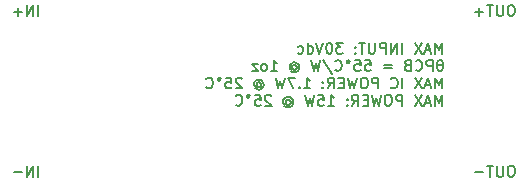
<source format=gbr>
%TF.GenerationSoftware,KiCad,Pcbnew,9.0.4*%
%TF.CreationDate,2025-08-21T12:34:08-03:00*%
%TF.ProjectId,EMI_SS_Supply_Electgpl,454d495f-5353-45f5-9375-70706c795f45,rev?*%
%TF.SameCoordinates,Original*%
%TF.FileFunction,Legend,Bot*%
%TF.FilePolarity,Positive*%
%FSLAX46Y46*%
G04 Gerber Fmt 4.6, Leading zero omitted, Abs format (unit mm)*
G04 Created by KiCad (PCBNEW 9.0.4) date 2025-08-21 12:34:08*
%MOMM*%
%LPD*%
G01*
G04 APERTURE LIST*
%ADD10C,0.182880*%
%ADD11R,2.000000X2.000000*%
G04 APERTURE END LIST*
D10*
X136861970Y-87562185D02*
X136861970Y-86647785D01*
X136861970Y-86647785D02*
X136557170Y-87300928D01*
X136557170Y-87300928D02*
X136252370Y-86647785D01*
X136252370Y-86647785D02*
X136252370Y-87562185D01*
X135860484Y-87300928D02*
X135425056Y-87300928D01*
X135947570Y-87562185D02*
X135642770Y-86647785D01*
X135642770Y-86647785D02*
X135337970Y-87562185D01*
X135120256Y-86647785D02*
X134510656Y-87562185D01*
X134510656Y-86647785D02*
X135120256Y-87562185D01*
X133465627Y-87562185D02*
X133465627Y-86647785D01*
X133030198Y-87562185D02*
X133030198Y-86647785D01*
X133030198Y-86647785D02*
X132507684Y-87562185D01*
X132507684Y-87562185D02*
X132507684Y-86647785D01*
X132072255Y-87562185D02*
X132072255Y-86647785D01*
X132072255Y-86647785D02*
X131723912Y-86647785D01*
X131723912Y-86647785D02*
X131636827Y-86691328D01*
X131636827Y-86691328D02*
X131593284Y-86734871D01*
X131593284Y-86734871D02*
X131549741Y-86821957D01*
X131549741Y-86821957D02*
X131549741Y-86952585D01*
X131549741Y-86952585D02*
X131593284Y-87039671D01*
X131593284Y-87039671D02*
X131636827Y-87083214D01*
X131636827Y-87083214D02*
X131723912Y-87126757D01*
X131723912Y-87126757D02*
X132072255Y-87126757D01*
X131157855Y-86647785D02*
X131157855Y-87388014D01*
X131157855Y-87388014D02*
X131114312Y-87475100D01*
X131114312Y-87475100D02*
X131070770Y-87518643D01*
X131070770Y-87518643D02*
X130983684Y-87562185D01*
X130983684Y-87562185D02*
X130809512Y-87562185D01*
X130809512Y-87562185D02*
X130722427Y-87518643D01*
X130722427Y-87518643D02*
X130678884Y-87475100D01*
X130678884Y-87475100D02*
X130635341Y-87388014D01*
X130635341Y-87388014D02*
X130635341Y-86647785D01*
X130330541Y-86647785D02*
X129808027Y-86647785D01*
X130069284Y-87562185D02*
X130069284Y-86647785D01*
X129503226Y-87475100D02*
X129459683Y-87518643D01*
X129459683Y-87518643D02*
X129503226Y-87562185D01*
X129503226Y-87562185D02*
X129546769Y-87518643D01*
X129546769Y-87518643D02*
X129503226Y-87475100D01*
X129503226Y-87475100D02*
X129503226Y-87562185D01*
X129503226Y-86996128D02*
X129459683Y-87039671D01*
X129459683Y-87039671D02*
X129503226Y-87083214D01*
X129503226Y-87083214D02*
X129546769Y-87039671D01*
X129546769Y-87039671D02*
X129503226Y-86996128D01*
X129503226Y-86996128D02*
X129503226Y-87083214D01*
X128458197Y-86647785D02*
X127892140Y-86647785D01*
X127892140Y-86647785D02*
X128196940Y-86996128D01*
X128196940Y-86996128D02*
X128066311Y-86996128D01*
X128066311Y-86996128D02*
X127979226Y-87039671D01*
X127979226Y-87039671D02*
X127935683Y-87083214D01*
X127935683Y-87083214D02*
X127892140Y-87170300D01*
X127892140Y-87170300D02*
X127892140Y-87388014D01*
X127892140Y-87388014D02*
X127935683Y-87475100D01*
X127935683Y-87475100D02*
X127979226Y-87518643D01*
X127979226Y-87518643D02*
X128066311Y-87562185D01*
X128066311Y-87562185D02*
X128327568Y-87562185D01*
X128327568Y-87562185D02*
X128414654Y-87518643D01*
X128414654Y-87518643D02*
X128458197Y-87475100D01*
X127326083Y-86647785D02*
X127238997Y-86647785D01*
X127238997Y-86647785D02*
X127151911Y-86691328D01*
X127151911Y-86691328D02*
X127108369Y-86734871D01*
X127108369Y-86734871D02*
X127064826Y-86821957D01*
X127064826Y-86821957D02*
X127021283Y-86996128D01*
X127021283Y-86996128D02*
X127021283Y-87213843D01*
X127021283Y-87213843D02*
X127064826Y-87388014D01*
X127064826Y-87388014D02*
X127108369Y-87475100D01*
X127108369Y-87475100D02*
X127151911Y-87518643D01*
X127151911Y-87518643D02*
X127238997Y-87562185D01*
X127238997Y-87562185D02*
X127326083Y-87562185D01*
X127326083Y-87562185D02*
X127413169Y-87518643D01*
X127413169Y-87518643D02*
X127456711Y-87475100D01*
X127456711Y-87475100D02*
X127500254Y-87388014D01*
X127500254Y-87388014D02*
X127543797Y-87213843D01*
X127543797Y-87213843D02*
X127543797Y-86996128D01*
X127543797Y-86996128D02*
X127500254Y-86821957D01*
X127500254Y-86821957D02*
X127456711Y-86734871D01*
X127456711Y-86734871D02*
X127413169Y-86691328D01*
X127413169Y-86691328D02*
X127326083Y-86647785D01*
X126760026Y-86647785D02*
X126455226Y-87562185D01*
X126455226Y-87562185D02*
X126150426Y-86647785D01*
X125453741Y-87562185D02*
X125453741Y-86647785D01*
X125453741Y-87518643D02*
X125540826Y-87562185D01*
X125540826Y-87562185D02*
X125714998Y-87562185D01*
X125714998Y-87562185D02*
X125802083Y-87518643D01*
X125802083Y-87518643D02*
X125845626Y-87475100D01*
X125845626Y-87475100D02*
X125889169Y-87388014D01*
X125889169Y-87388014D02*
X125889169Y-87126757D01*
X125889169Y-87126757D02*
X125845626Y-87039671D01*
X125845626Y-87039671D02*
X125802083Y-86996128D01*
X125802083Y-86996128D02*
X125714998Y-86952585D01*
X125714998Y-86952585D02*
X125540826Y-86952585D01*
X125540826Y-86952585D02*
X125453741Y-86996128D01*
X124626427Y-87518643D02*
X124713512Y-87562185D01*
X124713512Y-87562185D02*
X124887684Y-87562185D01*
X124887684Y-87562185D02*
X124974769Y-87518643D01*
X124974769Y-87518643D02*
X125018312Y-87475100D01*
X125018312Y-87475100D02*
X125061855Y-87388014D01*
X125061855Y-87388014D02*
X125061855Y-87126757D01*
X125061855Y-87126757D02*
X125018312Y-87039671D01*
X125018312Y-87039671D02*
X124974769Y-86996128D01*
X124974769Y-86996128D02*
X124887684Y-86952585D01*
X124887684Y-86952585D02*
X124713512Y-86952585D01*
X124713512Y-86952585D02*
X124626427Y-86996128D01*
X136905513Y-88555347D02*
X136426542Y-88555347D01*
X136731342Y-88119918D02*
X136600713Y-88119918D01*
X136600713Y-88119918D02*
X136513627Y-88163461D01*
X136513627Y-88163461D02*
X136470085Y-88207004D01*
X136470085Y-88207004D02*
X136426542Y-88337633D01*
X136426542Y-88337633D02*
X136426542Y-88816604D01*
X136426542Y-88816604D02*
X136470085Y-88947233D01*
X136470085Y-88947233D02*
X136513627Y-88990776D01*
X136513627Y-88990776D02*
X136600713Y-89034318D01*
X136600713Y-89034318D02*
X136731342Y-89034318D01*
X136731342Y-89034318D02*
X136818427Y-88990776D01*
X136818427Y-88990776D02*
X136861970Y-88947233D01*
X136861970Y-88947233D02*
X136905513Y-88816604D01*
X136905513Y-88816604D02*
X136905513Y-88337633D01*
X136905513Y-88337633D02*
X136861970Y-88207004D01*
X136861970Y-88207004D02*
X136818427Y-88163461D01*
X136818427Y-88163461D02*
X136731342Y-88119918D01*
X136034656Y-89034318D02*
X136034656Y-88119918D01*
X136034656Y-88119918D02*
X135686313Y-88119918D01*
X135686313Y-88119918D02*
X135599228Y-88163461D01*
X135599228Y-88163461D02*
X135555685Y-88207004D01*
X135555685Y-88207004D02*
X135512142Y-88294090D01*
X135512142Y-88294090D02*
X135512142Y-88424718D01*
X135512142Y-88424718D02*
X135555685Y-88511804D01*
X135555685Y-88511804D02*
X135599228Y-88555347D01*
X135599228Y-88555347D02*
X135686313Y-88598890D01*
X135686313Y-88598890D02*
X136034656Y-88598890D01*
X134597742Y-88947233D02*
X134641285Y-88990776D01*
X134641285Y-88990776D02*
X134771913Y-89034318D01*
X134771913Y-89034318D02*
X134858999Y-89034318D01*
X134858999Y-89034318D02*
X134989628Y-88990776D01*
X134989628Y-88990776D02*
X135076713Y-88903690D01*
X135076713Y-88903690D02*
X135120256Y-88816604D01*
X135120256Y-88816604D02*
X135163799Y-88642433D01*
X135163799Y-88642433D02*
X135163799Y-88511804D01*
X135163799Y-88511804D02*
X135120256Y-88337633D01*
X135120256Y-88337633D02*
X135076713Y-88250547D01*
X135076713Y-88250547D02*
X134989628Y-88163461D01*
X134989628Y-88163461D02*
X134858999Y-88119918D01*
X134858999Y-88119918D02*
X134771913Y-88119918D01*
X134771913Y-88119918D02*
X134641285Y-88163461D01*
X134641285Y-88163461D02*
X134597742Y-88207004D01*
X133901056Y-88555347D02*
X133770428Y-88598890D01*
X133770428Y-88598890D02*
X133726885Y-88642433D01*
X133726885Y-88642433D02*
X133683342Y-88729518D01*
X133683342Y-88729518D02*
X133683342Y-88860147D01*
X133683342Y-88860147D02*
X133726885Y-88947233D01*
X133726885Y-88947233D02*
X133770428Y-88990776D01*
X133770428Y-88990776D02*
X133857513Y-89034318D01*
X133857513Y-89034318D02*
X134205856Y-89034318D01*
X134205856Y-89034318D02*
X134205856Y-88119918D01*
X134205856Y-88119918D02*
X133901056Y-88119918D01*
X133901056Y-88119918D02*
X133813971Y-88163461D01*
X133813971Y-88163461D02*
X133770428Y-88207004D01*
X133770428Y-88207004D02*
X133726885Y-88294090D01*
X133726885Y-88294090D02*
X133726885Y-88381176D01*
X133726885Y-88381176D02*
X133770428Y-88468261D01*
X133770428Y-88468261D02*
X133813971Y-88511804D01*
X133813971Y-88511804D02*
X133901056Y-88555347D01*
X133901056Y-88555347D02*
X134205856Y-88555347D01*
X132594770Y-88555347D02*
X131898085Y-88555347D01*
X131898085Y-88816604D02*
X132594770Y-88816604D01*
X130330542Y-88119918D02*
X130765970Y-88119918D01*
X130765970Y-88119918D02*
X130809513Y-88555347D01*
X130809513Y-88555347D02*
X130765970Y-88511804D01*
X130765970Y-88511804D02*
X130678885Y-88468261D01*
X130678885Y-88468261D02*
X130461170Y-88468261D01*
X130461170Y-88468261D02*
X130374085Y-88511804D01*
X130374085Y-88511804D02*
X130330542Y-88555347D01*
X130330542Y-88555347D02*
X130286999Y-88642433D01*
X130286999Y-88642433D02*
X130286999Y-88860147D01*
X130286999Y-88860147D02*
X130330542Y-88947233D01*
X130330542Y-88947233D02*
X130374085Y-88990776D01*
X130374085Y-88990776D02*
X130461170Y-89034318D01*
X130461170Y-89034318D02*
X130678885Y-89034318D01*
X130678885Y-89034318D02*
X130765970Y-88990776D01*
X130765970Y-88990776D02*
X130809513Y-88947233D01*
X129459685Y-88119918D02*
X129895113Y-88119918D01*
X129895113Y-88119918D02*
X129938656Y-88555347D01*
X129938656Y-88555347D02*
X129895113Y-88511804D01*
X129895113Y-88511804D02*
X129808028Y-88468261D01*
X129808028Y-88468261D02*
X129590313Y-88468261D01*
X129590313Y-88468261D02*
X129503228Y-88511804D01*
X129503228Y-88511804D02*
X129459685Y-88555347D01*
X129459685Y-88555347D02*
X129416142Y-88642433D01*
X129416142Y-88642433D02*
X129416142Y-88860147D01*
X129416142Y-88860147D02*
X129459685Y-88947233D01*
X129459685Y-88947233D02*
X129503228Y-88990776D01*
X129503228Y-88990776D02*
X129590313Y-89034318D01*
X129590313Y-89034318D02*
X129808028Y-89034318D01*
X129808028Y-89034318D02*
X129895113Y-88990776D01*
X129895113Y-88990776D02*
X129938656Y-88947233D01*
X128893628Y-88119918D02*
X128980713Y-88163461D01*
X128980713Y-88163461D02*
X129024256Y-88250547D01*
X129024256Y-88250547D02*
X128980713Y-88337633D01*
X128980713Y-88337633D02*
X128893628Y-88381176D01*
X128893628Y-88381176D02*
X128806542Y-88337633D01*
X128806542Y-88337633D02*
X128762999Y-88250547D01*
X128762999Y-88250547D02*
X128806542Y-88163461D01*
X128806542Y-88163461D02*
X128893628Y-88119918D01*
X127805056Y-88947233D02*
X127848599Y-88990776D01*
X127848599Y-88990776D02*
X127979227Y-89034318D01*
X127979227Y-89034318D02*
X128066313Y-89034318D01*
X128066313Y-89034318D02*
X128196942Y-88990776D01*
X128196942Y-88990776D02*
X128284027Y-88903690D01*
X128284027Y-88903690D02*
X128327570Y-88816604D01*
X128327570Y-88816604D02*
X128371113Y-88642433D01*
X128371113Y-88642433D02*
X128371113Y-88511804D01*
X128371113Y-88511804D02*
X128327570Y-88337633D01*
X128327570Y-88337633D02*
X128284027Y-88250547D01*
X128284027Y-88250547D02*
X128196942Y-88163461D01*
X128196942Y-88163461D02*
X128066313Y-88119918D01*
X128066313Y-88119918D02*
X127979227Y-88119918D01*
X127979227Y-88119918D02*
X127848599Y-88163461D01*
X127848599Y-88163461D02*
X127805056Y-88207004D01*
X126760027Y-88076376D02*
X127543799Y-89252033D01*
X126542313Y-88119918D02*
X126324599Y-89034318D01*
X126324599Y-89034318D02*
X126150427Y-88381176D01*
X126150427Y-88381176D02*
X125976256Y-89034318D01*
X125976256Y-89034318D02*
X125758542Y-88119918D01*
X124147455Y-88598890D02*
X124190998Y-88555347D01*
X124190998Y-88555347D02*
X124278084Y-88511804D01*
X124278084Y-88511804D02*
X124365169Y-88511804D01*
X124365169Y-88511804D02*
X124452255Y-88555347D01*
X124452255Y-88555347D02*
X124495798Y-88598890D01*
X124495798Y-88598890D02*
X124539341Y-88685976D01*
X124539341Y-88685976D02*
X124539341Y-88773061D01*
X124539341Y-88773061D02*
X124495798Y-88860147D01*
X124495798Y-88860147D02*
X124452255Y-88903690D01*
X124452255Y-88903690D02*
X124365169Y-88947233D01*
X124365169Y-88947233D02*
X124278084Y-88947233D01*
X124278084Y-88947233D02*
X124190998Y-88903690D01*
X124190998Y-88903690D02*
X124147455Y-88860147D01*
X124147455Y-88511804D02*
X124147455Y-88860147D01*
X124147455Y-88860147D02*
X124103912Y-88903690D01*
X124103912Y-88903690D02*
X124060369Y-88903690D01*
X124060369Y-88903690D02*
X123973284Y-88860147D01*
X123973284Y-88860147D02*
X123929741Y-88773061D01*
X123929741Y-88773061D02*
X123929741Y-88555347D01*
X123929741Y-88555347D02*
X124016827Y-88424718D01*
X124016827Y-88424718D02*
X124147455Y-88337633D01*
X124147455Y-88337633D02*
X124321627Y-88294090D01*
X124321627Y-88294090D02*
X124495798Y-88337633D01*
X124495798Y-88337633D02*
X124626427Y-88424718D01*
X124626427Y-88424718D02*
X124713512Y-88555347D01*
X124713512Y-88555347D02*
X124757055Y-88729518D01*
X124757055Y-88729518D02*
X124713512Y-88903690D01*
X124713512Y-88903690D02*
X124626427Y-89034318D01*
X124626427Y-89034318D02*
X124495798Y-89121404D01*
X124495798Y-89121404D02*
X124321627Y-89164947D01*
X124321627Y-89164947D02*
X124147455Y-89121404D01*
X124147455Y-89121404D02*
X124016827Y-89034318D01*
X122362198Y-89034318D02*
X122884712Y-89034318D01*
X122623455Y-89034318D02*
X122623455Y-88119918D01*
X122623455Y-88119918D02*
X122710541Y-88250547D01*
X122710541Y-88250547D02*
X122797626Y-88337633D01*
X122797626Y-88337633D02*
X122884712Y-88381176D01*
X121839684Y-89034318D02*
X121926769Y-88990776D01*
X121926769Y-88990776D02*
X121970312Y-88947233D01*
X121970312Y-88947233D02*
X122013855Y-88860147D01*
X122013855Y-88860147D02*
X122013855Y-88598890D01*
X122013855Y-88598890D02*
X121970312Y-88511804D01*
X121970312Y-88511804D02*
X121926769Y-88468261D01*
X121926769Y-88468261D02*
X121839684Y-88424718D01*
X121839684Y-88424718D02*
X121709055Y-88424718D01*
X121709055Y-88424718D02*
X121621969Y-88468261D01*
X121621969Y-88468261D02*
X121578427Y-88511804D01*
X121578427Y-88511804D02*
X121534884Y-88598890D01*
X121534884Y-88598890D02*
X121534884Y-88860147D01*
X121534884Y-88860147D02*
X121578427Y-88947233D01*
X121578427Y-88947233D02*
X121621969Y-88990776D01*
X121621969Y-88990776D02*
X121709055Y-89034318D01*
X121709055Y-89034318D02*
X121839684Y-89034318D01*
X121230084Y-88424718D02*
X120751113Y-88424718D01*
X120751113Y-88424718D02*
X121230084Y-89034318D01*
X121230084Y-89034318D02*
X120751113Y-89034318D01*
X136861970Y-90506451D02*
X136861970Y-89592051D01*
X136861970Y-89592051D02*
X136557170Y-90245194D01*
X136557170Y-90245194D02*
X136252370Y-89592051D01*
X136252370Y-89592051D02*
X136252370Y-90506451D01*
X135860484Y-90245194D02*
X135425056Y-90245194D01*
X135947570Y-90506451D02*
X135642770Y-89592051D01*
X135642770Y-89592051D02*
X135337970Y-90506451D01*
X135120256Y-89592051D02*
X134510656Y-90506451D01*
X134510656Y-89592051D02*
X135120256Y-90506451D01*
X133465627Y-90506451D02*
X133465627Y-89592051D01*
X132507684Y-90419366D02*
X132551227Y-90462909D01*
X132551227Y-90462909D02*
X132681855Y-90506451D01*
X132681855Y-90506451D02*
X132768941Y-90506451D01*
X132768941Y-90506451D02*
X132899570Y-90462909D01*
X132899570Y-90462909D02*
X132986655Y-90375823D01*
X132986655Y-90375823D02*
X133030198Y-90288737D01*
X133030198Y-90288737D02*
X133073741Y-90114566D01*
X133073741Y-90114566D02*
X133073741Y-89983937D01*
X133073741Y-89983937D02*
X133030198Y-89809766D01*
X133030198Y-89809766D02*
X132986655Y-89722680D01*
X132986655Y-89722680D02*
X132899570Y-89635594D01*
X132899570Y-89635594D02*
X132768941Y-89592051D01*
X132768941Y-89592051D02*
X132681855Y-89592051D01*
X132681855Y-89592051D02*
X132551227Y-89635594D01*
X132551227Y-89635594D02*
X132507684Y-89679137D01*
X131419112Y-90506451D02*
X131419112Y-89592051D01*
X131419112Y-89592051D02*
X131070769Y-89592051D01*
X131070769Y-89592051D02*
X130983684Y-89635594D01*
X130983684Y-89635594D02*
X130940141Y-89679137D01*
X130940141Y-89679137D02*
X130896598Y-89766223D01*
X130896598Y-89766223D02*
X130896598Y-89896851D01*
X130896598Y-89896851D02*
X130940141Y-89983937D01*
X130940141Y-89983937D02*
X130983684Y-90027480D01*
X130983684Y-90027480D02*
X131070769Y-90071023D01*
X131070769Y-90071023D02*
X131419112Y-90071023D01*
X130330541Y-89592051D02*
X130156369Y-89592051D01*
X130156369Y-89592051D02*
X130069284Y-89635594D01*
X130069284Y-89635594D02*
X129982198Y-89722680D01*
X129982198Y-89722680D02*
X129938655Y-89896851D01*
X129938655Y-89896851D02*
X129938655Y-90201651D01*
X129938655Y-90201651D02*
X129982198Y-90375823D01*
X129982198Y-90375823D02*
X130069284Y-90462909D01*
X130069284Y-90462909D02*
X130156369Y-90506451D01*
X130156369Y-90506451D02*
X130330541Y-90506451D01*
X130330541Y-90506451D02*
X130417627Y-90462909D01*
X130417627Y-90462909D02*
X130504712Y-90375823D01*
X130504712Y-90375823D02*
X130548255Y-90201651D01*
X130548255Y-90201651D02*
X130548255Y-89896851D01*
X130548255Y-89896851D02*
X130504712Y-89722680D01*
X130504712Y-89722680D02*
X130417627Y-89635594D01*
X130417627Y-89635594D02*
X130330541Y-89592051D01*
X129633855Y-89592051D02*
X129416141Y-90506451D01*
X129416141Y-90506451D02*
X129241969Y-89853309D01*
X129241969Y-89853309D02*
X129067798Y-90506451D01*
X129067798Y-90506451D02*
X128850084Y-89592051D01*
X128501740Y-90027480D02*
X128196940Y-90027480D01*
X128066312Y-90506451D02*
X128501740Y-90506451D01*
X128501740Y-90506451D02*
X128501740Y-89592051D01*
X128501740Y-89592051D02*
X128066312Y-89592051D01*
X127151912Y-90506451D02*
X127456712Y-90071023D01*
X127674426Y-90506451D02*
X127674426Y-89592051D01*
X127674426Y-89592051D02*
X127326083Y-89592051D01*
X127326083Y-89592051D02*
X127238998Y-89635594D01*
X127238998Y-89635594D02*
X127195455Y-89679137D01*
X127195455Y-89679137D02*
X127151912Y-89766223D01*
X127151912Y-89766223D02*
X127151912Y-89896851D01*
X127151912Y-89896851D02*
X127195455Y-89983937D01*
X127195455Y-89983937D02*
X127238998Y-90027480D01*
X127238998Y-90027480D02*
X127326083Y-90071023D01*
X127326083Y-90071023D02*
X127674426Y-90071023D01*
X126760026Y-90419366D02*
X126716483Y-90462909D01*
X126716483Y-90462909D02*
X126760026Y-90506451D01*
X126760026Y-90506451D02*
X126803569Y-90462909D01*
X126803569Y-90462909D02*
X126760026Y-90419366D01*
X126760026Y-90419366D02*
X126760026Y-90506451D01*
X126760026Y-89940394D02*
X126716483Y-89983937D01*
X126716483Y-89983937D02*
X126760026Y-90027480D01*
X126760026Y-90027480D02*
X126803569Y-89983937D01*
X126803569Y-89983937D02*
X126760026Y-89940394D01*
X126760026Y-89940394D02*
X126760026Y-90027480D01*
X125148940Y-90506451D02*
X125671454Y-90506451D01*
X125410197Y-90506451D02*
X125410197Y-89592051D01*
X125410197Y-89592051D02*
X125497283Y-89722680D01*
X125497283Y-89722680D02*
X125584368Y-89809766D01*
X125584368Y-89809766D02*
X125671454Y-89853309D01*
X124757054Y-90419366D02*
X124713511Y-90462909D01*
X124713511Y-90462909D02*
X124757054Y-90506451D01*
X124757054Y-90506451D02*
X124800597Y-90462909D01*
X124800597Y-90462909D02*
X124757054Y-90419366D01*
X124757054Y-90419366D02*
X124757054Y-90506451D01*
X124408711Y-89592051D02*
X123799111Y-89592051D01*
X123799111Y-89592051D02*
X124190997Y-90506451D01*
X123537854Y-89592051D02*
X123320140Y-90506451D01*
X123320140Y-90506451D02*
X123145968Y-89853309D01*
X123145968Y-89853309D02*
X122971797Y-90506451D01*
X122971797Y-90506451D02*
X122754083Y-89592051D01*
X121142996Y-90071023D02*
X121186539Y-90027480D01*
X121186539Y-90027480D02*
X121273625Y-89983937D01*
X121273625Y-89983937D02*
X121360710Y-89983937D01*
X121360710Y-89983937D02*
X121447796Y-90027480D01*
X121447796Y-90027480D02*
X121491339Y-90071023D01*
X121491339Y-90071023D02*
X121534882Y-90158109D01*
X121534882Y-90158109D02*
X121534882Y-90245194D01*
X121534882Y-90245194D02*
X121491339Y-90332280D01*
X121491339Y-90332280D02*
X121447796Y-90375823D01*
X121447796Y-90375823D02*
X121360710Y-90419366D01*
X121360710Y-90419366D02*
X121273625Y-90419366D01*
X121273625Y-90419366D02*
X121186539Y-90375823D01*
X121186539Y-90375823D02*
X121142996Y-90332280D01*
X121142996Y-89983937D02*
X121142996Y-90332280D01*
X121142996Y-90332280D02*
X121099453Y-90375823D01*
X121099453Y-90375823D02*
X121055910Y-90375823D01*
X121055910Y-90375823D02*
X120968825Y-90332280D01*
X120968825Y-90332280D02*
X120925282Y-90245194D01*
X120925282Y-90245194D02*
X120925282Y-90027480D01*
X120925282Y-90027480D02*
X121012368Y-89896851D01*
X121012368Y-89896851D02*
X121142996Y-89809766D01*
X121142996Y-89809766D02*
X121317168Y-89766223D01*
X121317168Y-89766223D02*
X121491339Y-89809766D01*
X121491339Y-89809766D02*
X121621968Y-89896851D01*
X121621968Y-89896851D02*
X121709053Y-90027480D01*
X121709053Y-90027480D02*
X121752596Y-90201651D01*
X121752596Y-90201651D02*
X121709053Y-90375823D01*
X121709053Y-90375823D02*
X121621968Y-90506451D01*
X121621968Y-90506451D02*
X121491339Y-90593537D01*
X121491339Y-90593537D02*
X121317168Y-90637080D01*
X121317168Y-90637080D02*
X121142996Y-90593537D01*
X121142996Y-90593537D02*
X121012368Y-90506451D01*
X119880253Y-89679137D02*
X119836710Y-89635594D01*
X119836710Y-89635594D02*
X119749625Y-89592051D01*
X119749625Y-89592051D02*
X119531910Y-89592051D01*
X119531910Y-89592051D02*
X119444825Y-89635594D01*
X119444825Y-89635594D02*
X119401282Y-89679137D01*
X119401282Y-89679137D02*
X119357739Y-89766223D01*
X119357739Y-89766223D02*
X119357739Y-89853309D01*
X119357739Y-89853309D02*
X119401282Y-89983937D01*
X119401282Y-89983937D02*
X119923796Y-90506451D01*
X119923796Y-90506451D02*
X119357739Y-90506451D01*
X118530425Y-89592051D02*
X118965853Y-89592051D01*
X118965853Y-89592051D02*
X119009396Y-90027480D01*
X119009396Y-90027480D02*
X118965853Y-89983937D01*
X118965853Y-89983937D02*
X118878768Y-89940394D01*
X118878768Y-89940394D02*
X118661053Y-89940394D01*
X118661053Y-89940394D02*
X118573968Y-89983937D01*
X118573968Y-89983937D02*
X118530425Y-90027480D01*
X118530425Y-90027480D02*
X118486882Y-90114566D01*
X118486882Y-90114566D02*
X118486882Y-90332280D01*
X118486882Y-90332280D02*
X118530425Y-90419366D01*
X118530425Y-90419366D02*
X118573968Y-90462909D01*
X118573968Y-90462909D02*
X118661053Y-90506451D01*
X118661053Y-90506451D02*
X118878768Y-90506451D01*
X118878768Y-90506451D02*
X118965853Y-90462909D01*
X118965853Y-90462909D02*
X119009396Y-90419366D01*
X117964368Y-89592051D02*
X118051453Y-89635594D01*
X118051453Y-89635594D02*
X118094996Y-89722680D01*
X118094996Y-89722680D02*
X118051453Y-89809766D01*
X118051453Y-89809766D02*
X117964368Y-89853309D01*
X117964368Y-89853309D02*
X117877282Y-89809766D01*
X117877282Y-89809766D02*
X117833739Y-89722680D01*
X117833739Y-89722680D02*
X117877282Y-89635594D01*
X117877282Y-89635594D02*
X117964368Y-89592051D01*
X116875796Y-90419366D02*
X116919339Y-90462909D01*
X116919339Y-90462909D02*
X117049967Y-90506451D01*
X117049967Y-90506451D02*
X117137053Y-90506451D01*
X117137053Y-90506451D02*
X117267682Y-90462909D01*
X117267682Y-90462909D02*
X117354767Y-90375823D01*
X117354767Y-90375823D02*
X117398310Y-90288737D01*
X117398310Y-90288737D02*
X117441853Y-90114566D01*
X117441853Y-90114566D02*
X117441853Y-89983937D01*
X117441853Y-89983937D02*
X117398310Y-89809766D01*
X117398310Y-89809766D02*
X117354767Y-89722680D01*
X117354767Y-89722680D02*
X117267682Y-89635594D01*
X117267682Y-89635594D02*
X117137053Y-89592051D01*
X117137053Y-89592051D02*
X117049967Y-89592051D01*
X117049967Y-89592051D02*
X116919339Y-89635594D01*
X116919339Y-89635594D02*
X116875796Y-89679137D01*
X136861970Y-91978584D02*
X136861970Y-91064184D01*
X136861970Y-91064184D02*
X136557170Y-91717327D01*
X136557170Y-91717327D02*
X136252370Y-91064184D01*
X136252370Y-91064184D02*
X136252370Y-91978584D01*
X135860484Y-91717327D02*
X135425056Y-91717327D01*
X135947570Y-91978584D02*
X135642770Y-91064184D01*
X135642770Y-91064184D02*
X135337970Y-91978584D01*
X135120256Y-91064184D02*
X134510656Y-91978584D01*
X134510656Y-91064184D02*
X135120256Y-91978584D01*
X133465627Y-91978584D02*
X133465627Y-91064184D01*
X133465627Y-91064184D02*
X133117284Y-91064184D01*
X133117284Y-91064184D02*
X133030199Y-91107727D01*
X133030199Y-91107727D02*
X132986656Y-91151270D01*
X132986656Y-91151270D02*
X132943113Y-91238356D01*
X132943113Y-91238356D02*
X132943113Y-91368984D01*
X132943113Y-91368984D02*
X132986656Y-91456070D01*
X132986656Y-91456070D02*
X133030199Y-91499613D01*
X133030199Y-91499613D02*
X133117284Y-91543156D01*
X133117284Y-91543156D02*
X133465627Y-91543156D01*
X132377056Y-91064184D02*
X132202884Y-91064184D01*
X132202884Y-91064184D02*
X132115799Y-91107727D01*
X132115799Y-91107727D02*
X132028713Y-91194813D01*
X132028713Y-91194813D02*
X131985170Y-91368984D01*
X131985170Y-91368984D02*
X131985170Y-91673784D01*
X131985170Y-91673784D02*
X132028713Y-91847956D01*
X132028713Y-91847956D02*
X132115799Y-91935042D01*
X132115799Y-91935042D02*
X132202884Y-91978584D01*
X132202884Y-91978584D02*
X132377056Y-91978584D01*
X132377056Y-91978584D02*
X132464142Y-91935042D01*
X132464142Y-91935042D02*
X132551227Y-91847956D01*
X132551227Y-91847956D02*
X132594770Y-91673784D01*
X132594770Y-91673784D02*
X132594770Y-91368984D01*
X132594770Y-91368984D02*
X132551227Y-91194813D01*
X132551227Y-91194813D02*
X132464142Y-91107727D01*
X132464142Y-91107727D02*
X132377056Y-91064184D01*
X131680370Y-91064184D02*
X131462656Y-91978584D01*
X131462656Y-91978584D02*
X131288484Y-91325442D01*
X131288484Y-91325442D02*
X131114313Y-91978584D01*
X131114313Y-91978584D02*
X130896599Y-91064184D01*
X130548255Y-91499613D02*
X130243455Y-91499613D01*
X130112827Y-91978584D02*
X130548255Y-91978584D01*
X130548255Y-91978584D02*
X130548255Y-91064184D01*
X130548255Y-91064184D02*
X130112827Y-91064184D01*
X129198427Y-91978584D02*
X129503227Y-91543156D01*
X129720941Y-91978584D02*
X129720941Y-91064184D01*
X129720941Y-91064184D02*
X129372598Y-91064184D01*
X129372598Y-91064184D02*
X129285513Y-91107727D01*
X129285513Y-91107727D02*
X129241970Y-91151270D01*
X129241970Y-91151270D02*
X129198427Y-91238356D01*
X129198427Y-91238356D02*
X129198427Y-91368984D01*
X129198427Y-91368984D02*
X129241970Y-91456070D01*
X129241970Y-91456070D02*
X129285513Y-91499613D01*
X129285513Y-91499613D02*
X129372598Y-91543156D01*
X129372598Y-91543156D02*
X129720941Y-91543156D01*
X128806541Y-91891499D02*
X128762998Y-91935042D01*
X128762998Y-91935042D02*
X128806541Y-91978584D01*
X128806541Y-91978584D02*
X128850084Y-91935042D01*
X128850084Y-91935042D02*
X128806541Y-91891499D01*
X128806541Y-91891499D02*
X128806541Y-91978584D01*
X128806541Y-91412527D02*
X128762998Y-91456070D01*
X128762998Y-91456070D02*
X128806541Y-91499613D01*
X128806541Y-91499613D02*
X128850084Y-91456070D01*
X128850084Y-91456070D02*
X128806541Y-91412527D01*
X128806541Y-91412527D02*
X128806541Y-91499613D01*
X127195455Y-91978584D02*
X127717969Y-91978584D01*
X127456712Y-91978584D02*
X127456712Y-91064184D01*
X127456712Y-91064184D02*
X127543798Y-91194813D01*
X127543798Y-91194813D02*
X127630883Y-91281899D01*
X127630883Y-91281899D02*
X127717969Y-91325442D01*
X126368141Y-91064184D02*
X126803569Y-91064184D01*
X126803569Y-91064184D02*
X126847112Y-91499613D01*
X126847112Y-91499613D02*
X126803569Y-91456070D01*
X126803569Y-91456070D02*
X126716484Y-91412527D01*
X126716484Y-91412527D02*
X126498769Y-91412527D01*
X126498769Y-91412527D02*
X126411684Y-91456070D01*
X126411684Y-91456070D02*
X126368141Y-91499613D01*
X126368141Y-91499613D02*
X126324598Y-91586699D01*
X126324598Y-91586699D02*
X126324598Y-91804413D01*
X126324598Y-91804413D02*
X126368141Y-91891499D01*
X126368141Y-91891499D02*
X126411684Y-91935042D01*
X126411684Y-91935042D02*
X126498769Y-91978584D01*
X126498769Y-91978584D02*
X126716484Y-91978584D01*
X126716484Y-91978584D02*
X126803569Y-91935042D01*
X126803569Y-91935042D02*
X126847112Y-91891499D01*
X126019798Y-91064184D02*
X125802084Y-91978584D01*
X125802084Y-91978584D02*
X125627912Y-91325442D01*
X125627912Y-91325442D02*
X125453741Y-91978584D01*
X125453741Y-91978584D02*
X125236027Y-91064184D01*
X123624940Y-91543156D02*
X123668483Y-91499613D01*
X123668483Y-91499613D02*
X123755569Y-91456070D01*
X123755569Y-91456070D02*
X123842654Y-91456070D01*
X123842654Y-91456070D02*
X123929740Y-91499613D01*
X123929740Y-91499613D02*
X123973283Y-91543156D01*
X123973283Y-91543156D02*
X124016826Y-91630242D01*
X124016826Y-91630242D02*
X124016826Y-91717327D01*
X124016826Y-91717327D02*
X123973283Y-91804413D01*
X123973283Y-91804413D02*
X123929740Y-91847956D01*
X123929740Y-91847956D02*
X123842654Y-91891499D01*
X123842654Y-91891499D02*
X123755569Y-91891499D01*
X123755569Y-91891499D02*
X123668483Y-91847956D01*
X123668483Y-91847956D02*
X123624940Y-91804413D01*
X123624940Y-91456070D02*
X123624940Y-91804413D01*
X123624940Y-91804413D02*
X123581397Y-91847956D01*
X123581397Y-91847956D02*
X123537854Y-91847956D01*
X123537854Y-91847956D02*
X123450769Y-91804413D01*
X123450769Y-91804413D02*
X123407226Y-91717327D01*
X123407226Y-91717327D02*
X123407226Y-91499613D01*
X123407226Y-91499613D02*
X123494312Y-91368984D01*
X123494312Y-91368984D02*
X123624940Y-91281899D01*
X123624940Y-91281899D02*
X123799112Y-91238356D01*
X123799112Y-91238356D02*
X123973283Y-91281899D01*
X123973283Y-91281899D02*
X124103912Y-91368984D01*
X124103912Y-91368984D02*
X124190997Y-91499613D01*
X124190997Y-91499613D02*
X124234540Y-91673784D01*
X124234540Y-91673784D02*
X124190997Y-91847956D01*
X124190997Y-91847956D02*
X124103912Y-91978584D01*
X124103912Y-91978584D02*
X123973283Y-92065670D01*
X123973283Y-92065670D02*
X123799112Y-92109213D01*
X123799112Y-92109213D02*
X123624940Y-92065670D01*
X123624940Y-92065670D02*
X123494312Y-91978584D01*
X122362197Y-91151270D02*
X122318654Y-91107727D01*
X122318654Y-91107727D02*
X122231569Y-91064184D01*
X122231569Y-91064184D02*
X122013854Y-91064184D01*
X122013854Y-91064184D02*
X121926769Y-91107727D01*
X121926769Y-91107727D02*
X121883226Y-91151270D01*
X121883226Y-91151270D02*
X121839683Y-91238356D01*
X121839683Y-91238356D02*
X121839683Y-91325442D01*
X121839683Y-91325442D02*
X121883226Y-91456070D01*
X121883226Y-91456070D02*
X122405740Y-91978584D01*
X122405740Y-91978584D02*
X121839683Y-91978584D01*
X121012369Y-91064184D02*
X121447797Y-91064184D01*
X121447797Y-91064184D02*
X121491340Y-91499613D01*
X121491340Y-91499613D02*
X121447797Y-91456070D01*
X121447797Y-91456070D02*
X121360712Y-91412527D01*
X121360712Y-91412527D02*
X121142997Y-91412527D01*
X121142997Y-91412527D02*
X121055912Y-91456070D01*
X121055912Y-91456070D02*
X121012369Y-91499613D01*
X121012369Y-91499613D02*
X120968826Y-91586699D01*
X120968826Y-91586699D02*
X120968826Y-91804413D01*
X120968826Y-91804413D02*
X121012369Y-91891499D01*
X121012369Y-91891499D02*
X121055912Y-91935042D01*
X121055912Y-91935042D02*
X121142997Y-91978584D01*
X121142997Y-91978584D02*
X121360712Y-91978584D01*
X121360712Y-91978584D02*
X121447797Y-91935042D01*
X121447797Y-91935042D02*
X121491340Y-91891499D01*
X120446312Y-91064184D02*
X120533397Y-91107727D01*
X120533397Y-91107727D02*
X120576940Y-91194813D01*
X120576940Y-91194813D02*
X120533397Y-91281899D01*
X120533397Y-91281899D02*
X120446312Y-91325442D01*
X120446312Y-91325442D02*
X120359226Y-91281899D01*
X120359226Y-91281899D02*
X120315683Y-91194813D01*
X120315683Y-91194813D02*
X120359226Y-91107727D01*
X120359226Y-91107727D02*
X120446312Y-91064184D01*
X119357740Y-91891499D02*
X119401283Y-91935042D01*
X119401283Y-91935042D02*
X119531911Y-91978584D01*
X119531911Y-91978584D02*
X119618997Y-91978584D01*
X119618997Y-91978584D02*
X119749626Y-91935042D01*
X119749626Y-91935042D02*
X119836711Y-91847956D01*
X119836711Y-91847956D02*
X119880254Y-91760870D01*
X119880254Y-91760870D02*
X119923797Y-91586699D01*
X119923797Y-91586699D02*
X119923797Y-91456070D01*
X119923797Y-91456070D02*
X119880254Y-91281899D01*
X119880254Y-91281899D02*
X119836711Y-91194813D01*
X119836711Y-91194813D02*
X119749626Y-91107727D01*
X119749626Y-91107727D02*
X119618997Y-91064184D01*
X119618997Y-91064184D02*
X119531911Y-91064184D01*
X119531911Y-91064184D02*
X119401283Y-91107727D01*
X119401283Y-91107727D02*
X119357740Y-91151270D01*
X102661970Y-97978584D02*
X102661970Y-97064184D01*
X102226541Y-97978584D02*
X102226541Y-97064184D01*
X102226541Y-97064184D02*
X101704027Y-97978584D01*
X101704027Y-97978584D02*
X101704027Y-97064184D01*
X101268598Y-97630242D02*
X100571913Y-97630242D01*
X142787799Y-83464184D02*
X142613627Y-83464184D01*
X142613627Y-83464184D02*
X142526542Y-83507727D01*
X142526542Y-83507727D02*
X142439456Y-83594813D01*
X142439456Y-83594813D02*
X142395913Y-83768984D01*
X142395913Y-83768984D02*
X142395913Y-84073784D01*
X142395913Y-84073784D02*
X142439456Y-84247956D01*
X142439456Y-84247956D02*
X142526542Y-84335042D01*
X142526542Y-84335042D02*
X142613627Y-84378584D01*
X142613627Y-84378584D02*
X142787799Y-84378584D01*
X142787799Y-84378584D02*
X142874885Y-84335042D01*
X142874885Y-84335042D02*
X142961970Y-84247956D01*
X142961970Y-84247956D02*
X143005513Y-84073784D01*
X143005513Y-84073784D02*
X143005513Y-83768984D01*
X143005513Y-83768984D02*
X142961970Y-83594813D01*
X142961970Y-83594813D02*
X142874885Y-83507727D01*
X142874885Y-83507727D02*
X142787799Y-83464184D01*
X142004027Y-83464184D02*
X142004027Y-84204413D01*
X142004027Y-84204413D02*
X141960484Y-84291499D01*
X141960484Y-84291499D02*
X141916942Y-84335042D01*
X141916942Y-84335042D02*
X141829856Y-84378584D01*
X141829856Y-84378584D02*
X141655684Y-84378584D01*
X141655684Y-84378584D02*
X141568599Y-84335042D01*
X141568599Y-84335042D02*
X141525056Y-84291499D01*
X141525056Y-84291499D02*
X141481513Y-84204413D01*
X141481513Y-84204413D02*
X141481513Y-83464184D01*
X141176713Y-83464184D02*
X140654199Y-83464184D01*
X140915456Y-84378584D02*
X140915456Y-83464184D01*
X140349398Y-84030242D02*
X139652713Y-84030242D01*
X140001055Y-84378584D02*
X140001055Y-83681899D01*
X142787799Y-97064184D02*
X142613627Y-97064184D01*
X142613627Y-97064184D02*
X142526542Y-97107727D01*
X142526542Y-97107727D02*
X142439456Y-97194813D01*
X142439456Y-97194813D02*
X142395913Y-97368984D01*
X142395913Y-97368984D02*
X142395913Y-97673784D01*
X142395913Y-97673784D02*
X142439456Y-97847956D01*
X142439456Y-97847956D02*
X142526542Y-97935042D01*
X142526542Y-97935042D02*
X142613627Y-97978584D01*
X142613627Y-97978584D02*
X142787799Y-97978584D01*
X142787799Y-97978584D02*
X142874885Y-97935042D01*
X142874885Y-97935042D02*
X142961970Y-97847956D01*
X142961970Y-97847956D02*
X143005513Y-97673784D01*
X143005513Y-97673784D02*
X143005513Y-97368984D01*
X143005513Y-97368984D02*
X142961970Y-97194813D01*
X142961970Y-97194813D02*
X142874885Y-97107727D01*
X142874885Y-97107727D02*
X142787799Y-97064184D01*
X142004027Y-97064184D02*
X142004027Y-97804413D01*
X142004027Y-97804413D02*
X141960484Y-97891499D01*
X141960484Y-97891499D02*
X141916942Y-97935042D01*
X141916942Y-97935042D02*
X141829856Y-97978584D01*
X141829856Y-97978584D02*
X141655684Y-97978584D01*
X141655684Y-97978584D02*
X141568599Y-97935042D01*
X141568599Y-97935042D02*
X141525056Y-97891499D01*
X141525056Y-97891499D02*
X141481513Y-97804413D01*
X141481513Y-97804413D02*
X141481513Y-97064184D01*
X141176713Y-97064184D02*
X140654199Y-97064184D01*
X140915456Y-97978584D02*
X140915456Y-97064184D01*
X140349398Y-97630242D02*
X139652713Y-97630242D01*
X102661970Y-84378584D02*
X102661970Y-83464184D01*
X102226541Y-84378584D02*
X102226541Y-83464184D01*
X102226541Y-83464184D02*
X101704027Y-84378584D01*
X101704027Y-84378584D02*
X101704027Y-83464184D01*
X101268598Y-84030242D02*
X100571913Y-84030242D01*
X100920255Y-84378584D02*
X100920255Y-83681899D01*
%LPC*%
D11*
%TO.C,TP4*%
X141800000Y-99600000D03*
%TD*%
%TO.C,TP3*%
X141800000Y-81700000D03*
%TD*%
%TO.C,TP1*%
X101700000Y-81700000D03*
%TD*%
%TO.C,TP2*%
X101700000Y-99600000D03*
%TD*%
%LPD*%
M02*

</source>
